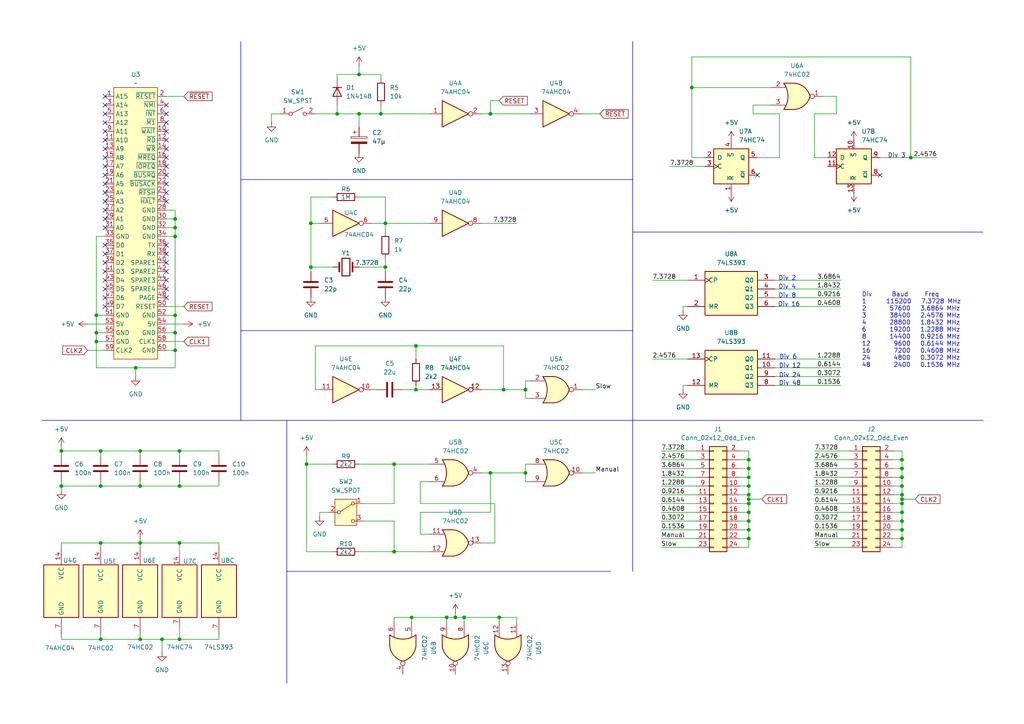
<source format=kicad_sch>
(kicad_sch (version 20231120) (generator "eeschema") (generator_version "8.0")
  (paper "A4")
  (lib_symbols
    (symbol "74xx:74AHC04"
      (property "Reference" "U" (at 0 1.27 0))
      (property "Value" "74AHC04" (at 0 -1.27 0))
      (symbol "74AHC04_1_0"
        (pin input line (at -7.62 0 0) (length 3.81) (name "~") (number "1"))
        (pin output inverted (at 7.62 0 180) (length 3.81) (name "~") (number "2"))
      )
      (symbol "74AHC04_2_0"
        (pin input line (at -7.62 0 0) (length 3.81) (name "~") (number "3"))
        (pin output inverted (at 7.62 0 180) (length 3.81) (name "~") (number "4"))
      )
      (symbol "74AHC04_3_0"
        (pin input line (at -7.62 0 0) (length 3.81) (name "~") (number "5"))
        (pin output inverted (at 7.62 0 180) (length 3.81) (name "~") (number "6"))
      )
      (symbol "74AHC04_4_0"
        (pin output inverted (at 7.62 0 180) (length 3.81) (name "~") (number "8"))
        (pin input line (at -7.62 0 0) (length 3.81) (name "~") (number "9"))
      )
      (symbol "74AHC04_5_0"
        (pin output inverted (at 7.62 0 180) (length 3.81) (name "~") (number "10"))
        (pin input line (at -7.62 0 0) (length 3.81) (name "~") (number "11"))
      )
      (symbol "74AHC04_6_0"
        (pin output inverted (at 7.62 0 180) (length 3.81) (name "~") (number "12"))
        (pin input line (at -7.62 0 0) (length 3.81) (name "~") (number "13"))
      )
      (symbol "74AHC04_7_0"
        (pin power_in line (at 0 12.7 270) (length 5.08) (name "VCC") (number "14"))
        (pin power_in line (at 0 -12.7 90) (length 5.08) (name "GND") (number "7"))
      )
    )
    (symbol "74xx:74HC02" (pin_names (offset 1.016))
      (property "Reference" "U" (at 0 1.27 0))
      (property "Value" "74HC02" (at 0 -1.27 0))
      (symbol "74HC02_1_1"
        (pin output inverted (at 7.62 0 180) (length 3.81) (name "~") (number "1"))
        (pin input line (at -7.62 2.54 0) (length 4.318) (name "~") (number "2"))
        (pin input line (at -7.62 -2.54 0) (length 4.318) (name "~") (number "3"))
      )
      (symbol "74HC02_1_2"
        (pin output line (at 7.62 0 180) (length 3.81) (name "~") (number "1"))
        (pin input inverted (at -7.62 2.54 0) (length 3.81) (name "~") (number "2"))
        (pin input inverted (at -7.62 -2.54 0) (length 3.81) (name "~") (number "3"))
      )
      (symbol "74HC02_2_1"
        (pin output inverted (at 7.62 0 180) (length 3.81) (name "~") (number "4"))
        (pin input line (at -7.62 2.54 0) (length 4.318) (name "~") (number "5"))
        (pin input line (at -7.62 -2.54 0) (length 4.318) (name "~") (number "6"))
      )
      (symbol "74HC02_2_2"
        (pin output line (at 7.62 0 180) (length 3.81) (name "~") (number "4"))
        (pin input inverted (at -7.62 2.54 0) (length 3.81) (name "~") (number "5"))
        (pin input inverted (at -7.62 -2.54 0) (length 3.81) (name "~") (number "6"))
      )
      (symbol "74HC02_3_1"
        (pin output inverted (at 7.62 0 180) (length 3.81) (name "~") (number "10"))
        (pin input line (at -7.62 2.54 0) (length 4.318) (name "~") (number "8"))
        (pin input line (at -7.62 -2.54 0) (length 4.318) (name "~") (number "9"))
      )
      (symbol "74HC02_3_2"
        (pin output line (at 7.62 0 180) (length 3.81) (name "~") (number "10"))
        (pin input inverted (at -7.62 2.54 0) (length 3.81) (name "~") (number "8"))
        (pin input inverted (at -7.62 -2.54 0) (length 3.81) (name "~") (number "9"))
      )
      (symbol "74HC02_4_1"
        (pin input line (at -7.62 2.54 0) (length 4.318) (name "~") (number "11"))
        (pin input line (at -7.62 -2.54 0) (length 4.318) (name "~") (number "12"))
        (pin output inverted (at 7.62 0 180) (length 3.81) (name "~") (number "13"))
      )
      (symbol "74HC02_4_2"
        (pin input inverted (at -7.62 2.54 0) (length 3.81) (name "~") (number "11"))
        (pin input inverted (at -7.62 -2.54 0) (length 3.81) (name "~") (number "12"))
        (pin output line (at 7.62 0 180) (length 3.81) (name "~") (number "13"))
      )
      (symbol "74HC02_5_0"
        (pin power_in line (at 0 12.7 270) (length 5.08) (name "VCC") (number "14"))
        (pin power_in line (at 0 -12.7 90) (length 5.08) (name "GND") (number "7"))
      )
    )
    (symbol "74xx:74HC74" (pin_names (offset 1.016))
      (property "Reference" "U" (at -7.62 8.89 0))
      (property "Value" "74HC74" (at -7.62 -8.89 0))
      (symbol "74HC74_1_0"
        (pin input line (at 0 -7.62 90) (length 2.54) (name "~{R}") (number "1"))
        (pin input line (at -7.62 2.54 0) (length 2.54) (name "D") (number "2"))
        (pin input clock (at -7.62 0 0) (length 2.54) (name "C") (number "3"))
        (pin input line (at 0 7.62 270) (length 2.54) (name "~{S}") (number "4"))
        (pin output line (at 7.62 2.54 180) (length 2.54) (name "Q") (number "5"))
        (pin output line (at 7.62 -2.54 180) (length 2.54) (name "~{Q}") (number "6"))
      )
      (symbol "74HC74_2_0"
        (pin input line (at 0 7.62 270) (length 2.54) (name "~{S}") (number "10"))
        (pin input clock (at -7.62 0 0) (length 2.54) (name "C") (number "11"))
        (pin input line (at -7.62 2.54 0) (length 2.54) (name "D") (number "12"))
        (pin input line (at 0 -7.62 90) (length 2.54) (name "~{R}") (number "13"))
        (pin output line (at 7.62 -2.54 180) (length 2.54) (name "~{Q}") (number "8"))
        (pin output line (at 7.62 2.54 180) (length 2.54) (name "Q") (number "9"))
      )
      (symbol "74HC74_3_0"
        (pin power_in line (at 0 10.16 270) (length 2.54) (name "VCC") (number "14"))
        (pin power_in line (at 0 -10.16 90) (length 2.54) (name "GND") (number "7"))
      )
    )
    (symbol "74xx:74LS393" (pin_names (offset 1.016))
      (property "Reference" "U" (at -7.62 8.89 0))
      (property "Value" "74LS393" (at -7.62 -8.89 0))
      (symbol "74LS393_1_0"
        (pin input clock (at -12.7 2.54 0) (length 5.08) (name "CP") (number "1"))
        (pin input line (at -12.7 -5.08 0) (length 5.08) (name "MR") (number "2"))
        (pin output line (at 12.7 2.54 180) (length 5.08) (name "Q0") (number "3"))
        (pin output line (at 12.7 0 180) (length 5.08) (name "Q1") (number "4"))
        (pin output line (at 12.7 -2.54 180) (length 5.08) (name "Q2") (number "5"))
        (pin output line (at 12.7 -5.08 180) (length 5.08) (name "Q3") (number "6"))
      )
      (symbol "74LS393_2_0"
        (pin output line (at 12.7 0 180) (length 5.08) (name "Q1") (number "10"))
        (pin output line (at 12.7 2.54 180) (length 5.08) (name "Q0") (number "11"))
        (pin input line (at -12.7 -5.08 0) (length 5.08) (name "MR") (number "12"))
        (pin input clock (at -12.7 2.54 0) (length 5.08) (name "CP") (number "13"))
        (pin output line (at 12.7 -5.08 180) (length 5.08) (name "Q3") (number "8"))
        (pin output line (at 12.7 -2.54 180) (length 5.08) (name "Q2") (number "9"))
      )
      (symbol "74LS393_3_0"
        (pin power_in line (at 0 12.7 270) (length 5.08) (name "VCC") (number "14"))
        (pin power_in line (at 0 -12.7 90) (length 5.08) (name "GND") (number "7"))
      )
    )
    (symbol "Connector_Generic:Conn_02x12_Odd_Even" (pin_names (offset 1.016) hide)
      (property "Reference" "J" (at 1.27 15.24 0))
      (property "Value" "Conn_02x12_Odd_Even" (at 1.27 -17.78 0))
      (symbol "Conn_02x12_Odd_Even_1_1"
        (pin passive line (at -5.08 12.7 0) (length 3.81) (name "Pin_1") (number "1"))
        (pin passive line (at 7.62 2.54 180) (length 3.81) (name "Pin_10") (number "10"))
        (pin passive line (at -5.08 0 0) (length 3.81) (name "Pin_11") (number "11"))
        (pin passive line (at 7.62 0 180) (length 3.81) (name "Pin_12") (number "12"))
        (pin passive line (at -5.08 -2.54 0) (length 3.81) (name "Pin_13") (number "13"))
        (pin passive line (at 7.62 -2.54 180) (length 3.81) (name "Pin_14") (number "14"))
        (pin passive line (at -5.08 -5.08 0) (length 3.81) (name "Pin_15") (number "15"))
        (pin passive line (at 7.62 -5.08 180) (length 3.81) (name "Pin_16") (number "16"))
        (pin passive line (at -5.08 -7.62 0) (length 3.81) (name "Pin_17") (number "17"))
        (pin passive line (at 7.62 -7.62 180) (length 3.81) (name "Pin_18") (number "18"))
        (pin passive line (at -5.08 -10.16 0) (length 3.81) (name "Pin_19") (number "19"))
        (pin passive line (at 7.62 12.7 180) (length 3.81) (name "Pin_2") (number "2"))
        (pin passive line (at 7.62 -10.16 180) (length 3.81) (name "Pin_20") (number "20"))
        (pin passive line (at -5.08 -12.7 0) (length 3.81) (name "Pin_21") (number "21"))
        (pin passive line (at 7.62 -12.7 180) (length 3.81) (name "Pin_22") (number "22"))
        (pin passive line (at -5.08 -15.24 0) (length 3.81) (name "Pin_23") (number "23"))
        (pin passive line (at 7.62 -15.24 180) (length 3.81) (name "Pin_24") (number "24"))
        (pin passive line (at -5.08 10.16 0) (length 3.81) (name "Pin_3") (number "3"))
        (pin passive line (at 7.62 10.16 180) (length 3.81) (name "Pin_4") (number "4"))
        (pin passive line (at -5.08 7.62 0) (length 3.81) (name "Pin_5") (number "5"))
        (pin passive line (at 7.62 7.62 180) (length 3.81) (name "Pin_6") (number "6"))
        (pin passive line (at -5.08 5.08 0) (length 3.81) (name "Pin_7") (number "7"))
        (pin passive line (at 7.62 5.08 180) (length 3.81) (name "Pin_8") (number "8"))
        (pin passive line (at -5.08 2.54 0) (length 3.81) (name "Pin_9") (number "9"))
      )
    )
    (symbol "Device:C" (pin_numbers hide) (pin_names (offset 0.254))
      (property "Reference" "C" (at 0.635 2.54 0))
      (property "Value" "C" (at 0.635 -2.54 0))
      (symbol "C_1_1"
        (pin passive line (at 0 3.81 270) (length 2.794) (name "~") (number "1"))
        (pin passive line (at 0 -3.81 90) (length 2.794) (name "~") (number "2"))
      )
    )
    (symbol "Device:C_Polarized" (pin_numbers hide) (pin_names (offset 0.254))
      (property "Reference" "C" (at 0.635 2.54 0))
      (property "Value" "C_Polarized" (at 0.635 -2.54 0))
      (symbol "C_Polarized_1_1"
        (pin passive line (at 0 3.81 270) (length 2.794) (name "~") (number "1"))
        (pin passive line (at 0 -3.81 90) (length 2.794) (name "~") (number "2"))
      )
    )
    (symbol "Device:Crystal" (pin_numbers hide) (pin_names (offset 1.016) hide)
      (property "Reference" "Y" (at 0 3.81 0))
      (property "Value" "Crystal" (at 0 -3.81 0))
      (symbol "Crystal_1_1"
        (pin passive line (at -3.81 0 0) (length 1.27) (name "1") (number "1"))
        (pin passive line (at 3.81 0 180) (length 1.27) (name "2") (number "2"))
      )
    )
    (symbol "Device:R" (pin_numbers hide) (pin_names (offset 0))
      (property "Reference" "R" (at 2.032 0 90))
      (property "Value" "R" (at 0 0 90))
      (symbol "R_1_1"
        (pin passive line (at 0 3.81 270) (length 1.27) (name "~") (number "1"))
        (pin passive line (at 0 -3.81 90) (length 1.27) (name "~") (number "2"))
      )
    )
    (symbol "Diode:1N4148" (pin_numbers hide) (pin_names hide)
      (property "Reference" "D" (at 0 2.54 0))
      (property "Value" "1N4148" (at 0 -2.54 0))
      (symbol "1N4148_1_1"
        (pin passive line (at -3.81 0 0) (length 2.54) (name "K") (number "1"))
        (pin passive line (at 3.81 0 180) (length 2.54) (name "A") (number "2"))
      )
    )
    (symbol "Switch:SW_SPDT" (pin_names (offset 0) hide)
      (property "Reference" "SW" (at 0 5.08 0))
      (property "Value" "SW_SPDT" (at 0 -5.08 0))
      (symbol "SW_SPDT_1_1"
        (pin passive line (at 5.08 2.54 180) (length 2.54) (name "A") (number "1"))
        (pin passive line (at -5.08 0 0) (length 2.54) (name "B") (number "2"))
        (pin passive line (at 5.08 -2.54 180) (length 2.54) (name "C") (number "3"))
      )
    )
    (symbol "Switch:SW_SPST" (pin_names (offset 0) hide)
      (property "Reference" "SW" (at 0 3.175 0))
      (property "Value" "SW_SPST" (at 0 -2.54 0))
      (symbol "SW_SPST_1_1"
        (pin passive line (at -5.08 0 0) (length 2.54) (name "A") (number "1"))
        (pin passive line (at 5.08 0 180) (length 2.54) (name "B") (number "2"))
      )
    )
    (symbol "power:+5V" (power) (pin_numbers hide) (pin_names (offset 0) hide)
      (property "Value" "+5V" (at 0 3.556 0))
      (symbol "+5V_1_1"
        (pin power_in line (at 0 0 90) (length 0) (name "~") (number "1"))
      )
    )
    (symbol "power:GND" (power) (pin_numbers hide) (pin_names (offset 0) hide)
      (property "Value" "GND" (at 0 -3.81 0))
      (symbol "GND_1_1"
        (pin power_in line (at 0 0 270) (length 0) (name "~") (number "1"))
      )
    )
    (symbol "rc2014:Busconnector"
      (property "Reference" "U" (at 0 48.514 0))
      (symbol "Busconnector_1_1"
        (pin bidirectional line (at -8.89 44.45 0) (length 2.54) (name "A15") (number "1"))
        (pin bidirectional line (at 8.89 34.29 180) (length 2.54) (name "~{WAIT}") (number "10"))
        (pin bidirectional line (at -8.89 31.75 0) (length 2.54) (name "A10") (number "11"))
        (pin bidirectional line (at 8.89 31.75 180) (length 2.54) (name "~{RD}") (number "12"))
        (pin bidirectional line (at -8.89 29.21 0) (length 2.54) (name "A9") (number "13"))
        (pin bidirectional line (at 8.89 29.21 180) (length 2.54) (name "~{WR}") (number "14"))
        (pin bidirectional line (at -8.89 26.67 0) (length 2.54) (name "A8") (number "15"))
        (pin bidirectional line (at 8.89 26.67 180) (length 2.54) (name "~{MREQ}") (number "16"))
        (pin bidirectional line (at -8.89 24.13 0) (length 2.54) (name "A7") (number "17"))
        (pin bidirectional line (at 8.89 24.13 180) (length 2.54) (name "~{IOREQ}") (number "18"))
        (pin bidirectional line (at -8.89 21.59 0) (length 2.54) (name "A6") (number "19"))
        (pin bidirectional line (at 8.89 44.45 180) (length 2.54) (name "~{RESET}") (number "2"))
        (pin bidirectional line (at 8.89 21.59 180) (length 2.54) (name "~{BUSRQ}") (number "20"))
        (pin bidirectional line (at -8.89 19.05 0) (length 2.54) (name "A5") (number "21"))
        (pin bidirectional line (at 8.89 19.05 180) (length 2.54) (name "~{BUSACK}") (number "22"))
        (pin bidirectional line (at -8.89 16.51 0) (length 2.54) (name "A4") (number "23"))
        (pin bidirectional line (at 8.89 16.51 180) (length 2.54) (name "~{RFSH}") (number "24"))
        (pin bidirectional line (at -8.89 13.97 0) (length 2.54) (name "A3") (number "25"))
        (pin bidirectional line (at 8.89 13.97 180) (length 2.54) (name "~{HALT}") (number "26"))
        (pin bidirectional line (at -8.89 11.43 0) (length 2.54) (name "A2") (number "27"))
        (pin power_in line (at 8.89 11.43 180) (length 2.54) (name "GND") (number "28"))
        (pin bidirectional line (at -8.89 8.89 0) (length 2.54) (name "A1") (number "29"))
        (pin bidirectional line (at -8.89 41.91 0) (length 2.54) (name "A14") (number "3"))
        (pin power_in line (at 8.89 8.89 180) (length 2.54) (name "GND") (number "30"))
        (pin bidirectional line (at -8.89 6.35 0) (length 2.54) (name "A0") (number "31"))
        (pin power_in line (at 8.89 6.35 180) (length 2.54) (name "GND") (number "32"))
        (pin power_in line (at -8.89 3.81 0) (length 2.54) (name "GND") (number "33"))
        (pin power_in line (at 8.89 3.81 180) (length 2.54) (name "GND") (number "34"))
        (pin bidirectional line (at -8.89 1.27 0) (length 2.54) (name "D0") (number "35"))
        (pin bidirectional line (at 8.89 1.27 180) (length 2.54) (name "TX") (number "36"))
        (pin bidirectional line (at -8.89 -1.27 0) (length 2.54) (name "D1") (number "37"))
        (pin bidirectional line (at 8.89 -1.27 180) (length 2.54) (name "RX") (number "38"))
        (pin bidirectional line (at -8.89 -3.81 0) (length 2.54) (name "D2") (number "39"))
        (pin bidirectional line (at 8.89 41.91 180) (length 2.54) (name "~{NMI}") (number "4"))
        (pin bidirectional line (at 8.89 -3.81 180) (length 2.54) (name "SPARE1") (number "40"))
        (pin bidirectional line (at -8.89 -6.35 0) (length 2.54) (name "D3") (number "41"))
        (pin bidirectional line (at 8.89 -6.35 180) (length 2.54) (name "SPARE2") (number "42"))
        (pin bidirectional line (at -8.89 -8.89 0) (length 2.54) (name "D4") (number "43"))
        (pin bidirectional line (at 8.89 -8.89 180) (length 2.54) (name "SPARE3") (number "44"))
        (pin bidirectional line (at -8.89 -11.43 0) (length 2.54) (name "D5") (number "45"))
        (pin bidirectional line (at 8.89 -11.43 180) (length 2.54) (name "SPARE4") (number "46"))
        (pin bidirectional line (at -8.89 -13.97 0) (length 2.54) (name "D6") (number "47"))
        (pin bidirectional line (at 8.89 -13.97 180) (length 2.54) (name "PAGE") (number "48"))
        (pin bidirectional line (at -8.89 -16.51 0) (length 2.54) (name "D7") (number "49"))
        (pin bidirectional line (at -8.89 39.37 0) (length 2.54) (name "A13") (number "5"))
        (pin bidirectional line (at 8.89 -16.51 180) (length 2.54) (name "RESET") (number "50"))
        (pin power_out line (at -8.89 -19.05 0) (length 2.54) (name "GND") (number "51"))
        (pin power_in line (at 8.89 -19.05 180) (length 2.54) (name "GND") (number "52"))
        (pin power_out line (at -8.89 -21.59 0) (length 2.54) (name "5V") (number "53"))
        (pin power_in line (at 8.89 -21.59 180) (length 2.54) (name "5V") (number "54"))
        (pin power_in line (at -8.89 -24.13 0) (length 2.54) (name "GND") (number "55"))
        (pin power_in line (at 8.89 -24.13 180) (length 2.54) (name "GND") (number "56"))
        (pin power_in line (at -8.89 -26.67 0) (length 2.54) (name "GND") (number "57"))
        (pin bidirectional line (at 8.89 -26.67 180) (length 2.54) (name "CLK1") (number "58"))
        (pin bidirectional line (at -8.89 -29.21 0) (length 2.54) (name "CLK2") (number "59"))
        (pin bidirectional line (at 8.89 39.37 180) (length 2.54) (name "~{INT}") (number "6"))
        (pin power_in line (at 8.89 -29.21 180) (length 2.54) (name "GND") (number "60"))
        (pin bidirectional line (at -8.89 36.83 0) (length 2.54) (name "A12") (number "7"))
        (pin bidirectional line (at 8.89 36.83 180) (length 2.54) (name "~{M1}") (number "8"))
        (pin bidirectional line (at -8.89 34.29 0) (length 2.54) (name "A11") (number "9"))
      )
    )
  )
  (junction (at 17.78 130.81))
  (junction (at 104.14 21.59))
  (junction (at 29.21 185.42))
  (junction (at 142.24 33.02))
  (junction (at 29.21 130.81))
  (junction (at 52.07 185.42))
  (junction (at 217.17 138.43))
  (junction (at 114.3 160.02))
  (junction (at 217.17 156.21))
  (junction (at 261.62 143.51))
  (junction (at 111.76 64.77))
  (junction (at 29.21 140.97))
  (junction (at 217.17 146.05))
  (junction (at 132.08 179.07))
  (junction (at 146.05 113.03))
  (junction (at 50.8 91.44))
  (junction (at 40.64 157.48))
  (junction (at 261.62 151.13))
  (junction (at 50.8 63.5))
  (junction (at 261.62 138.43))
  (junction (at 217.17 140.97))
  (junction (at 52.07 130.81))
  (junction (at 217.17 133.35))
  (junction (at 142.24 137.16))
  (junction (at 50.8 66.04))
  (junction (at 97.79 33.02))
  (junction (at 50.8 68.58))
  (junction (at 114.3 134.62))
  (junction (at 261.62 133.35))
  (junction (at 129.54 179.07))
  (junction (at 90.17 64.77))
  (junction (at 261.62 135.89))
  (junction (at 17.78 140.97))
  (junction (at 50.8 101.6))
  (junction (at 104.14 33.02))
  (junction (at 200.66 25.4))
  (junction (at 50.8 96.52))
  (junction (at 46.99 185.42))
  (junction (at 134.62 179.07))
  (junction (at 217.17 148.59))
  (junction (at 39.37 106.68))
  (junction (at 90.17 77.47))
  (junction (at 261.62 144.78))
  (junction (at 27.94 91.44))
  (junction (at 261.62 148.59))
  (junction (at 152.4 113.03))
  (junction (at 144.78 179.07))
  (junction (at 88.9 134.62))
  (junction (at 217.17 143.51))
  (junction (at 40.64 140.97))
  (junction (at 119.38 179.07))
  (junction (at 261.62 146.05))
  (junction (at 29.21 157.48))
  (junction (at 217.17 153.67))
  (junction (at 40.64 185.42))
  (junction (at 27.94 96.52))
  (junction (at 261.62 156.21))
  (junction (at 120.65 113.03))
  (junction (at 110.49 33.02))
  (junction (at 52.07 157.48))
  (junction (at 217.17 135.89))
  (junction (at 264.16 45.72))
  (junction (at 152.4 137.16))
  (junction (at 261.62 140.97))
  (junction (at 52.07 140.97))
  (junction (at 40.64 130.81))
  (junction (at 261.62 153.67))
  (junction (at 111.76 77.47))
  (junction (at 217.17 144.78))
  (junction (at 217.17 151.13))
  (junction (at 27.94 99.06))
  (junction (at 120.65 100.33))
  (no_connect (at 30.48 53.34))
  (no_connect (at 48.26 78.74))
  (no_connect (at 30.48 71.12))
  (no_connect (at 48.26 83.82))
  (no_connect (at 30.48 50.8))
  (no_connect (at 48.26 73.66))
  (no_connect (at 30.48 83.82))
  (no_connect (at 48.26 30.48))
  (no_connect (at 48.26 53.34))
  (no_connect (at 30.48 48.26))
  (no_connect (at 30.48 60.96))
  (no_connect (at 48.26 86.36))
  (no_connect (at 219.71 50.8))
  (no_connect (at 255.27 50.8))
  (no_connect (at 30.48 55.88))
  (no_connect (at 30.48 66.04))
  (no_connect (at 48.26 43.18))
  (no_connect (at 48.26 35.56))
  (no_connect (at 48.26 81.28))
  (no_connect (at 30.48 88.9))
  (no_connect (at 30.48 78.74))
  (no_connect (at 30.48 43.18))
  (no_connect (at 48.26 55.88))
  (no_connect (at 30.48 81.28))
  (no_connect (at 48.26 33.02))
  (no_connect (at 48.26 48.26))
  (no_connect (at 48.26 58.42))
  (no_connect (at 48.26 40.64))
  (no_connect (at 30.48 38.1))
  (no_connect (at 48.26 45.72))
  (no_connect (at 48.26 71.12))
  (no_connect (at 30.48 45.72))
  (no_connect (at 30.48 27.94))
  (no_connect (at 30.48 76.2))
  (no_connect (at 30.48 40.64))
  (no_connect (at 30.48 35.56))
  (no_connect (at 30.48 30.48))
  (no_connect (at 48.26 50.8))
  (no_connect (at 30.48 33.02))
  (no_connect (at 48.26 38.1))
  (no_connect (at 30.48 86.36))
  (no_connect (at 30.48 58.42))
  (no_connect (at 30.48 63.5))
  (no_connect (at 48.26 76.2))
  (no_connect (at 30.48 73.66))
  (wire (pts (xy 105.41 146.05) (xy 114.3 146.05)))
  (wire (pts (xy 124.46 139.7) (xy 121.92 139.7)))
  (wire (pts (xy 242.57 33.02) (xy 236.22 33.02)))
  (wire (pts (xy 217.17 143.51) (xy 217.17 140.97)))
  (wire (pts (xy 111.76 64.77) (xy 124.46 64.77)))
  (wire (pts (xy 259.08 138.43) (xy 261.62 138.43)))
  (wire (pts (xy 259.08 140.97) (xy 261.62 140.97)))
  (wire (pts (xy 214.63 146.05) (xy 217.17 146.05)))
  (wire (pts (xy 27.94 99.06) (xy 27.94 96.52)))
  (wire (pts (xy 104.14 160.02) (xy 114.3 160.02)))
  (wire (pts (xy 201.93 153.67) (xy 191.77 153.67)))
  (wire (pts (xy 201.93 146.05) (xy 191.77 146.05)))
  (wire (pts (xy 92.71 148.59) (xy 92.71 149.86)))
  (wire (pts (xy 246.38 135.89) (xy 236.22 135.89)))
  (wire (pts (xy 199.39 111.76) (xy 198.12 111.76)))
  (wire (pts (xy 152.4 137.16) (xy 152.4 134.62)))
  (wire (pts (xy 214.63 133.35) (xy 217.17 133.35)))
  (wire (pts (xy 17.78 140.97) (xy 17.78 142.24)))
  (wire (pts (xy 152.4 110.49) (xy 152.4 113.03)))
  (wire (pts (xy 214.63 153.67) (xy 217.17 153.67)))
  (wire (pts (xy 217.17 146.05) (xy 217.17 144.78)))
  (wire (pts (xy 27.94 91.44) (xy 27.94 68.58)))
  (wire (pts (xy 114.3 151.13) (xy 114.3 160.02)))
  (wire (pts (xy 134.62 179.07) (xy 132.08 179.07)))
  (wire (pts (xy 236.22 156.21) (xy 246.38 156.21)))
  (wire (pts (xy 217.17 144.78) (xy 217.17 143.51)))
  (wire (pts (xy 149.86 179.07) (xy 144.78 179.07)))
  (wire (pts (xy 52.07 181.61) (xy 52.07 185.42)))
  (wire (pts (xy 236.22 45.72) (xy 240.03 45.72)))
  (wire (pts (xy 261.62 143.51) (xy 261.62 140.97)))
  (wire (pts (xy 27.94 96.52) (xy 27.94 91.44)))
  (wire (pts (xy 116.84 113.03) (xy 120.65 113.03)))
  (wire (pts (xy 224.79 109.22) (xy 243.84 109.22)))
  (wire (pts (xy 261.62 144.78) (xy 261.62 143.51)))
  (wire (pts (xy 88.9 160.02) (xy 96.52 160.02)))
  (wire (pts (xy 261.62 156.21) (xy 261.62 153.67)))
  (wire (pts (xy 114.3 146.05) (xy 114.3 134.62)))
  (wire (pts (xy 259.08 143.51) (xy 261.62 143.51)))
  (wire (pts (xy 104.14 77.47) (xy 111.76 77.47)))
  (wire (pts (xy 264.16 45.72) (xy 271.78 45.72)))
  (polyline (pts (xy 183.515 67.31) (xy 285.115 67.31)))
  (wire (pts (xy 63.5 185.42) (xy 52.07 185.42)))
  (polyline (pts (xy 12.065 121.92) (xy 69.85 121.92)))
  (wire (pts (xy 218.44 33.02) (xy 226.06 33.02)))
  (wire (pts (xy 224.79 81.28) (xy 243.84 81.28)))
  (wire (pts (xy 200.66 16.51) (xy 264.16 16.51)))
  (wire (pts (xy 48.26 88.9) (xy 53.34 88.9)))
  (wire (pts (xy 217.17 158.75) (xy 217.17 156.21)))
  (wire (pts (xy 261.62 148.59) (xy 261.62 146.05)))
  (wire (pts (xy 217.17 133.35) (xy 217.17 130.81)))
  (wire (pts (xy 40.64 130.81) (xy 29.21 130.81)))
  (wire (pts (xy 246.38 151.13) (xy 236.22 151.13)))
  (wire (pts (xy 110.49 30.48) (xy 110.49 33.02)))
  (wire (pts (xy 261.62 138.43) (xy 261.62 135.89)))
  (wire (pts (xy 50.8 60.96) (xy 48.26 60.96)))
  (wire (pts (xy 121.92 154.94) (xy 121.92 148.59)))
  (wire (pts (xy 139.7 113.03) (xy 146.05 113.03)))
  (polyline (pts (xy 69.85 12.065) (xy 69.85 121.92)))
  (wire (pts (xy 111.76 64.77) (xy 107.95 64.77)))
  (wire (pts (xy 226.06 33.02) (xy 226.06 45.72)))
  (wire (pts (xy 50.8 66.04) (xy 50.8 63.5)))
  (wire (pts (xy 29.21 184.15) (xy 29.21 185.42)))
  (wire (pts (xy 29.21 185.42) (xy 17.78 185.42)))
  (wire (pts (xy 27.94 106.68) (xy 27.94 99.06)))
  (wire (pts (xy 97.79 21.59) (xy 104.14 21.59)))
  (wire (pts (xy 214.63 156.21) (xy 217.17 156.21)))
  (wire (pts (xy 90.17 57.15) (xy 96.52 57.15)))
  (wire (pts (xy 214.63 158.75) (xy 217.17 158.75)))
  (wire (pts (xy 261.62 151.13) (xy 261.62 148.59)))
  (wire (pts (xy 48.26 91.44) (xy 50.8 91.44)))
  (wire (pts (xy 223.52 30.48) (xy 218.44 30.48)))
  (wire (pts (xy 107.95 113.03) (xy 109.22 113.03)))
  (wire (pts (xy 97.79 30.48) (xy 97.79 33.02)))
  (wire (pts (xy 142.24 29.21) (xy 142.24 33.02)))
  (wire (pts (xy 88.9 132.08) (xy 88.9 134.62)))
  (wire (pts (xy 121.92 146.05) (xy 143.51 146.05)))
  (wire (pts (xy 200.66 45.72) (xy 204.47 45.72)))
  (wire (pts (xy 90.17 77.47) (xy 90.17 78.74)))
  (wire (pts (xy 17.78 157.48) (xy 29.21 157.48)))
  (wire (pts (xy 48.26 63.5) (xy 50.8 63.5)))
  (wire (pts (xy 217.17 151.13) (xy 217.17 148.59)))
  (wire (pts (xy 25.4 93.98) (xy 30.48 93.98)))
  (wire (pts (xy 217.17 148.59) (xy 217.17 146.05)))
  (wire (pts (xy 214.63 140.97) (xy 217.17 140.97)))
  (wire (pts (xy 97.79 22.86) (xy 97.79 21.59)))
  (wire (pts (xy 27.94 96.52) (xy 30.48 96.52)))
  (wire (pts (xy 201.93 138.43) (xy 191.77 138.43)))
  (wire (pts (xy 46.99 185.42) (xy 46.99 189.23)))
  (wire (pts (xy 201.93 140.97) (xy 191.77 140.97)))
  (wire (pts (xy 48.26 93.98) (xy 53.34 93.98)))
  (wire (pts (xy 259.08 158.75) (xy 261.62 158.75)))
  (wire (pts (xy 189.23 81.28) (xy 199.39 81.28)))
  (wire (pts (xy 27.94 91.44) (xy 30.48 91.44)))
  (wire (pts (xy 52.07 140.97) (xy 40.64 140.97)))
  (wire (pts (xy 104.14 57.15) (xy 111.76 57.15)))
  (wire (pts (xy 52.07 157.48) (xy 63.5 157.48)))
  (wire (pts (xy 50.8 68.58) (xy 50.8 66.04)))
  (wire (pts (xy 146.05 113.03) (xy 152.4 113.03)))
  (wire (pts (xy 48.26 96.52) (xy 50.8 96.52)))
  (wire (pts (xy 120.65 100.33) (xy 91.44 100.33)))
  (wire (pts (xy 246.38 148.59) (xy 236.22 148.59)))
  (wire (pts (xy 104.14 21.59) (xy 110.49 21.59)))
  (wire (pts (xy 152.4 134.62) (xy 153.67 134.62)))
  (wire (pts (xy 146.05 113.03) (xy 146.05 100.33)))
  (wire (pts (xy 259.08 151.13) (xy 261.62 151.13)))
  (wire (pts (xy 261.62 130.81) (xy 259.08 130.81)))
  (wire (pts (xy 119.38 179.07) (xy 119.38 180.34)))
  (polyline (pts (xy 83.185 121.92) (xy 183.515 121.92)))
  (wire (pts (xy 48.26 27.94) (xy 53.34 27.94)))
  (wire (pts (xy 168.91 33.02) (xy 173.99 33.02)))
  (wire (pts (xy 88.9 134.62) (xy 96.52 134.62)))
  (polyline (pts (xy 69.85 95.885) (xy 183.515 95.885)))
  (wire (pts (xy 217.17 140.97) (xy 217.17 138.43)))
  (wire (pts (xy 40.64 184.15) (xy 40.64 185.42)))
  (wire (pts (xy 39.37 106.68) (xy 27.94 106.68)))
  (wire (pts (xy 236.22 158.75) (xy 246.38 158.75)))
  (wire (pts (xy 29.21 158.75) (xy 29.21 157.48)))
  (wire (pts (xy 50.8 96.52) (xy 50.8 91.44)))
  (wire (pts (xy 152.4 139.7) (xy 152.4 137.16)))
  (wire (pts (xy 48.26 101.6) (xy 50.8 101.6)))
  (wire (pts (xy 246.38 138.43) (xy 236.22 138.43)))
  (wire (pts (xy 25.4 101.6) (xy 30.48 101.6)))
  (wire (pts (xy 199.39 88.9) (xy 198.12 88.9)))
  (wire (pts (xy 52.07 130.81) (xy 40.64 130.81)))
  (wire (pts (xy 119.38 179.07) (xy 114.3 179.07)))
  (wire (pts (xy 201.93 143.51) (xy 191.77 143.51)))
  (wire (pts (xy 91.44 100.33) (xy 91.44 113.03)))
  (wire (pts (xy 144.78 179.07) (xy 144.78 180.34)))
  (wire (pts (xy 114.3 179.07) (xy 114.3 180.34)))
  (wire (pts (xy 142.24 137.16) (xy 139.7 137.16)))
  (wire (pts (xy 111.76 77.47) (xy 111.76 78.74)))
  (wire (pts (xy 48.26 99.06) (xy 53.34 99.06)))
  (wire (pts (xy 104.14 33.02) (xy 110.49 33.02)))
  (wire (pts (xy 224.79 111.76) (xy 243.84 111.76)))
  (wire (pts (xy 63.5 132.08) (xy 63.5 130.81)))
  (wire (pts (xy 78.74 33.02) (xy 81.28 33.02)))
  (wire (pts (xy 259.08 153.67) (xy 261.62 153.67)))
  (polyline (pts (xy 183.515 121.92) (xy 285.115 121.92)))
  (wire (pts (xy 78.74 35.56) (xy 78.74 33.02)))
  (wire (pts (xy 104.14 33.02) (xy 104.14 36.83)))
  (wire (pts (xy 246.38 140.97) (xy 236.22 140.97)))
  (wire (pts (xy 191.77 156.21) (xy 201.93 156.21)))
  (wire (pts (xy 214.63 143.51) (xy 217.17 143.51)))
  (wire (pts (xy 261.62 153.67) (xy 261.62 151.13)))
  (wire (pts (xy 17.78 185.42) (xy 17.78 184.15)))
  (wire (pts (xy 91.44 33.02) (xy 97.79 33.02)))
  (wire (pts (xy 97.79 33.02) (xy 104.14 33.02)))
  (wire (pts (xy 29.21 130.81) (xy 29.21 132.08)))
  (wire (pts (xy 105.41 151.13) (xy 114.3 151.13)))
  (wire (pts (xy 261.62 158.75) (xy 261.62 156.21)))
  (wire (pts (xy 261.62 140.97) (xy 261.62 138.43)))
  (wire (pts (xy 50.8 106.68) (xy 50.8 101.6)))
  (wire (pts (xy 121.92 154.94) (xy 124.46 154.94)))
  (wire (pts (xy 91.44 113.03) (xy 92.71 113.03)))
  (wire (pts (xy 27.94 99.06) (xy 30.48 99.06)))
  (wire (pts (xy 217.17 144.78) (xy 220.98 144.78)))
  (wire (pts (xy 168.91 137.16) (xy 172.72 137.16)))
  (wire (pts (xy 246.38 143.51) (xy 236.22 143.51)))
  (wire (pts (xy 224.79 86.36) (xy 243.84 86.36)))
  (wire (pts (xy 50.8 101.6) (xy 50.8 96.52)))
  (wire (pts (xy 217.17 156.21) (xy 217.17 153.67)))
  (wire (pts (xy 214.63 151.13) (xy 217.17 151.13)))
  (wire (pts (xy 63.5 184.15) (xy 63.5 185.42)))
  (wire (pts (xy 110.49 33.02) (xy 124.46 33.02)))
  (polyline (pts (xy 83.185 165.735) (xy 83.185 121.92)))
  (wire (pts (xy 198.12 111.76) (xy 198.12 113.03)))
  (wire (pts (xy 198.12 88.9) (xy 198.12 90.17)))
  (wire (pts (xy 17.78 130.81) (xy 17.78 132.08)))
  (wire (pts (xy 259.08 135.89) (xy 261.62 135.89)))
  (wire (pts (xy 264.16 45.72) (xy 255.27 45.72)))
  (wire (pts (xy 63.5 157.48) (xy 63.5 158.75)))
  (wire (pts (xy 200.66 25.4) (xy 200.66 45.72)))
  (wire (pts (xy 50.8 91.44) (xy 50.8 68.58)))
  (wire (pts (xy 111.76 77.47) (xy 111.76 74.93)))
  (wire (pts (xy 39.37 106.68) (xy 50.8 106.68)))
  (wire (pts (xy 142.24 33.02) (xy 153.67 33.02)))
  (wire (pts (xy 40.64 140.97) (xy 29.21 140.97)))
  (wire (pts (xy 214.63 135.89) (xy 217.17 135.89)))
  (wire (pts (xy 29.21 139.7) (xy 29.21 140.97)))
  (wire (pts (xy 40.64 185.42) (xy 29.21 185.42)))
  (wire (pts (xy 217.17 153.67) (xy 217.17 151.13)))
  (wire (pts (xy 143.51 146.05) (xy 143.51 157.48)))
  (wire (pts (xy 144.78 29.21) (xy 142.24 29.21)))
  (wire (pts (xy 238.76 27.94) (xy 242.57 27.94)))
  (wire (pts (xy 104.14 134.62) (xy 114.3 134.62)))
  (wire (pts (xy 143.51 157.48) (xy 139.7 157.48)))
  (wire (pts (xy 134.62 179.07) (xy 134.62 180.34)))
  (wire (pts (xy 214.63 148.59) (xy 217.17 148.59)))
  (wire (pts (xy 153.67 110.49) (xy 152.4 110.49)))
  (wire (pts (xy 191.77 133.35) (xy 201.93 133.35)))
  (wire (pts (xy 153.67 139.7) (xy 152.4 139.7)))
  (wire (pts (xy 132.08 177.8) (xy 132.08 179.07)))
  (wire (pts (xy 120.65 111.76) (xy 120.65 113.03)))
  (wire (pts (xy 40.64 130.81) (xy 40.64 132.08)))
  (wire (pts (xy 224.79 83.82) (xy 243.84 83.82)))
  (wire (pts (xy 149.86 180.34) (xy 149.86 179.07)))
  (wire (pts (xy 29.21 130.81) (xy 17.78 130.81)))
  (wire (pts (xy 246.38 153.67) (xy 236.22 153.67)))
  (wire (pts (xy 261.62 144.78) (xy 265.43 144.78)))
  (wire (pts (xy 50.8 63.5) (xy 50.8 60.96)))
  (wire (pts (xy 224.79 106.68) (xy 243.84 106.68)))
  (wire (pts (xy 17.78 158.75) (xy 17.78 157.48)))
  (wire (pts (xy 129.54 179.07) (xy 119.38 179.07)))
  (wire (pts (xy 111.76 67.31) (xy 111.76 64.77)))
  (wire (pts (xy 168.91 113.03) (xy 172.72 113.03)))
  (wire (pts (xy 139.7 64.77) (xy 149.86 64.77)))
  (wire (pts (xy 201.93 135.89) (xy 191.77 135.89)))
  (wire (pts (xy 121.92 139.7) (xy 121.92 146.05)))
  (wire (pts (xy 217.17 130.81) (xy 214.63 130.81)))
  (wire (pts (xy 236.22 33.02) (xy 236.22 45.72)))
  (wire (pts (xy 29.21 157.48) (xy 40.64 157.48)))
  (wire (pts (xy 139.7 33.02) (xy 142.24 33.02)))
  (wire (pts (xy 223.52 25.4) (xy 200.66 25.4)))
  (wire (pts (xy 142.24 148.59) (xy 142.24 137.16)))
  (wire (pts (xy 224.79 88.9) (xy 243.84 88.9)))
  (wire (pts (xy 224.79 104.14) (xy 243.84 104.14)))
  (wire (pts (xy 189.23 104.14) (xy 199.39 104.14)))
  (wire (pts (xy 200.66 25.4) (xy 200.66 16.51)))
  (wire (pts (xy 132.08 179.07) (xy 129.54 179.07)))
  (wire (pts (xy 52.07 157.48) (xy 52.07 161.29)))
  (wire (pts (xy 217.17 138.43) (xy 217.17 135.89)))
  (wire (pts (xy 259.08 133.35) (xy 261.62 133.35)))
  (wire (pts (xy 39.37 109.22) (xy 39.37 106.68)))
  (wire (pts (xy 63.5 139.7) (xy 63.5 140.97)))
  (wire (pts (xy 191.77 130.81) (xy 201.93 130.81)))
  (wire (pts (xy 114.3 134.62) (xy 124.46 134.62)))
  (wire (pts (xy 40.64 157.48) (xy 52.07 157.48)))
  (wire (pts (xy 63.5 140.97) (xy 52.07 140.97)))
  (wire (pts (xy 17.78 139.7) (xy 17.78 140.97)))
  (wire (pts (xy 191.77 158.75) (xy 201.93 158.75)))
  (wire (pts (xy 90.17 64.77) (xy 90.17 57.15)))
  (polyline (pts (xy 69.85 52.07) (xy 183.515 52.07)))
  (wire (pts (xy 27.94 68.58) (xy 30.48 68.58)))
  (wire (pts (xy 95.25 148.59) (xy 92.71 148.59)))
  (wire (pts (xy 40.64 139.7) (xy 40.64 140.97)))
  (wire (pts (xy 120.65 104.14) (xy 120.65 100.33)))
  (wire (pts (xy 40.64 157.48) (xy 40.64 158.75)))
  (wire (pts (xy 40.64 156.21) (xy 40.64 157.48)))
  (wire (pts (xy 144.78 179.07) (xy 134.62 179.07)))
  (wire (pts (xy 111.76 57.15) (xy 111.76 64.77)))
  (wire (pts (xy 261.62 135.89) (xy 261.62 133.35)))
  (wire (pts (xy 121.92 148.59) (xy 142.24 148.59)))
  (wire (pts (xy 217.17 135.89) (xy 217.17 133.35)))
  (wire (pts (xy 261.62 133.35) (xy 261.62 130.81)))
  (wire (pts (xy 63.5 130.81) (xy 52.07 130.81)))
  (wire (pts (xy 88.9 134.62) (xy 88.9 160.02)))
  (wire (pts (xy 90.17 64.77) (xy 92.71 64.77)))
  (wire (pts (xy 104.14 19.05) (xy 104.14 21.59)))
  (wire (pts (xy 236.22 130.81) (xy 246.38 130.81)))
  (wire (pts (xy 142.24 137.16) (xy 152.4 137.16)))
  (wire (pts (xy 242.57 27.94) (xy 242.57 33.02)))
  (polyline (pts (xy 83.185 165.735) (xy 83.185 198.12)))
  (wire (pts (xy 259.08 156.21) (xy 261.62 156.21)))
  (wire (pts (xy 48.26 68.58) (xy 50.8 68.58)))
  (wire (pts (xy 129.54 179.07) (xy 129.54 180.34)))
  (wire (pts (xy 264.16 16.51) (xy 264.16 45.72)))
  (wire (pts (xy 226.06 45.72) (xy 219.71 45.72)))
  (wire (pts (xy 46.99 185.42) (xy 40.64 185.42)))
  (wire (pts (xy 120.65 113.03) (xy 124.46 113.03)))
  (wire (pts (xy 201.93 148.59) (xy 191.77 148.59)))
  (wire (pts (xy 96.52 77.47) (xy 90.17 77.47)))
  (polyline (pts (xy 183.515 12.065) (xy 183.515 52.07)))
  (wire (pts (xy 218.44 30.48) (xy 218.44 33.02)))
  (wire (pts (xy 29.21 140.97) (xy 17.78 140.97)))
  (wire (pts (xy 194.31 48.26) (xy 204.47 48.26)))
  (wire (pts (xy 201.93 151.13) (xy 191.77 151.13)))
  (wire (pts (xy 146.05 100.33) (xy 120.65 100.33)))
  (wire (pts (xy 214.63 138.43) (xy 217.17 138.43)))
  (wire (pts (xy 236.22 133.35) (xy 246.38 133.35)))
  (polyline (pts (xy 83.185 121.92) (xy 69.85 121.92)))
  (wire (pts (xy 110.49 21.59) (xy 110.49 22.86)))
  (wire (pts (xy 52.07 139.7) (xy 52.07 140.97)))
  (wire (pts (xy 17.78 129.54) (xy 17.78 130.81)))
  (wire (pts (xy 259.08 146.05) (xy 261.62 146.05)))
  (wire (pts (xy 261.62 146.05) (xy 261.62 144.78)))
  (wire (pts (xy 152.4 115.57) (xy 153.67 115.57)))
  (wire (pts (xy 259.08 148.59) (xy 261.62 148.59)))
  (wire (pts (xy 114.3 160.02) (xy 124.46 160.02)))
  (wire (pts (xy 52.07 130.81) (xy 52.07 132.08)))
  (polyline (pts (xy 177.165 165.735) (xy 83.185 165.735)))
  (wire (pts (xy 246.38 146.05) (xy 236.22 146.05)))
  (wire (pts (xy 52.07 185.42) (xy 46.99 185.42)))
  (wire (pts (xy 90.17 77.47) (xy 90.17 64.77)))
  (polyline (pts (xy 183.515 52.07) (xy 183.515 165.735)))
  (wire (pts (xy 152.4 113.03) (xy 152.4 115.57)))
  (wire (pts (xy 48.26 66.04) (xy 50.8 66.04)))
  (text "Div 16" (at 228.854 88.392 0) (effects (font (size 1.27 1.27))))
  (text "Div 24" (at 229.108 108.966 0) (effects (font (size 1.27 1.27))))
  (text "Div 48" (at 229.108 111.252 0) (effects (font (size 1.27 1.27))))
  (text "Div 2" (at 228.346 80.772 0) (effects (font (size 1.27 1.27))))
  (text "Div 6" (at 228.6 103.632 0) (effects (font (size 1.27 1.27))))
  (text "Div 12" (at 229.108 106.172 0) (effects (font (size 1.27 1.27))))
  (text "Div 4" (at 228.346 83.312 0) (effects (font (size 1.27 1.27))))
  (text "Div      Baud     Freq\n1      115200   7.3728 MHz\n2       57600   3.6864 MHz\n3       38400   2.4576 MHz\n4       28800   1.8432 MHz\n6       19200   1.2288 MHz\n8       14400   0.9216 MHz\n12       9600   0.6144 MHz\n16       7200   0.4608 MHz\n24       4800   0.3072 MHz\n48       2400   0.1536 MHz" (at 249.936 95.758 0) (effects (font (size 1.27 1.27)) (justify left)))
  (text "Div 8" (at 228.346 85.852 0) (effects (font (size 1.27 1.27))))
  (text "Div 3" (at 260.096 45.212 0) (effects (font (size 1.27 1.27))))
  (label "0.4608" (at 236.22 148.59 0))
  (label "0.6144" (at 236.22 146.05 0))
  (label "2.4576" (at 236.22 133.35 0))
  (label "1.2288" (at 243.84 104.14 180))
  (label "0.3072" (at 191.77 151.13 0))
  (label "Slow" (at 236.22 158.75 0))
  (label "7.3728" (at 149.86 64.77 180))
  (label "7.3728" (at 194.31 48.26 0))
  (label "1.8432" (at 243.84 83.82 180))
  (label "1.8432" (at 236.22 138.43 0))
  (label "2.4576" (at 189.23 104.14 0))
  (label "2.4576" (at 191.77 133.35 0))
  (label "1.2288" (at 191.77 140.97 0))
  (label "1.8432" (at 191.77 138.43 0))
  (label "0.1536" (at 243.84 111.76 180))
  (label "0.6144" (at 243.84 106.68 180))
  (label "0.9216" (at 191.77 143.51 0))
  (label "0.9216" (at 236.22 143.51 0))
  (label "7.3728" (at 189.23 81.28 0))
  (label "Manual" (at 172.72 137.16 0))
  (label "Manual" (at 191.77 156.21 0))
  (label "3.6864" (at 243.84 81.28 180))
  (label "3.6864" (at 236.22 135.89 0))
  (label "1.2288" (at 236.22 140.97 0))
  (label "0.9216" (at 243.84 86.36 180))
  (label "0.3072" (at 243.84 109.22 180))
  (label "3.6864" (at 191.77 135.89 0))
  (label "7.3728" (at 236.22 130.81 0))
  (label "Slow" (at 172.72 113.03 0))
  (label "0.1536" (at 236.22 153.67 0))
  (label "0.1536" (at 191.77 153.67 0))
  (label "0.6144" (at 191.77 146.05 0))
  (label "0.3072" (at 236.22 151.13 0))
  (label "Slow" (at 191.77 158.75 0))
  (label "Manual" (at 236.22 156.21 0))
  (label "2.4576" (at 271.78 45.72 180))
  (label "0.4608" (at 243.84 88.9 180))
  (label "0.4608" (at 191.77 148.59 0))
  (label "7.3728" (at 191.77 130.81 0))
  (global_label "CLK1" (shape input) (at 220.98 144.78 0) (property "Intersheetrefs" "${INTERSHEET_REFS}" (effects (hide yes))))
  (global_label "CLK1" (shape input) (at 53.34 99.06 0) (property "Intersheetrefs" "${INTERSHEET_REFS}" (effects (hide yes))))
  (global_label "~{RESET}" (shape input) (at 53.34 27.94 0) (property "Intersheetrefs" "${INTERSHEET_REFS}" (effects (hide yes))))
  (global_label "RESET" (shape input) (at 144.78 29.21 0) (property "Intersheetrefs" "${INTERSHEET_REFS}" (effects (hide yes))))
  (global_label "CLK2" (shape input) (at 25.4 101.6 180) (property "Intersheetrefs" "${INTERSHEET_REFS}" (effects (hide yes))))
  (global_label "RESET" (shape input) (at 53.34 88.9 0) (property "Intersheetrefs" "${INTERSHEET_REFS}" (effects (hide yes))))
  (global_label "~{RESET}" (shape input) (at 173.99 33.02 0) (property "Intersheetrefs" "${INTERSHEET_REFS}" (effects (hide yes))))
  (global_label "CLK2" (shape input) (at 265.43 144.78 0) (property "Intersheetrefs" "${INTERSHEET_REFS}" (effects (hide yes))))
  (symbol (lib_id "power:GND") (at 92.71 149.86 0) (unit 1)
    (property "Reference" "#PWR019" (effects (hide yes)))
    (property "Value" "GND" (at 92.71 154.94 0))
    (property "Description" "Power symbol creates a global label with name \"GND\" , ground" (effects (hide yes)))
  )
  (symbol (lib_id "74xx:74HC02") (at 132.08 187.96 270) (unit 3)
    (property "Reference" "U6" (at 140.97 187.96 0))
    (property "Value" "74HC02" (at 138.43 187.96 0))
    (property "Datasheet" "http://www.ti.com/lit/gpn/sn74hc02" (effects (hide yes)))
    (property "Description" "quad 2-input NOR gate" (effects (hide yes)))
  )
  (symbol (lib_id "74xx:74LS393") (at 212.09 106.68 0) (unit 2)
    (property "Reference" "U8" (at 212.09 96.52 0))
    (property "Value" "74LS393" (at 212.09 99.06 0))
    (property "Datasheet" "74xx\\74LS393.pdf" (effects (hide yes)))
    (property "Description" "Dual BCD 4-bit counter" (effects (hide yes)))
  )
  (symbol (lib_id "rc2014:Busconnector") (at 39.37 72.39 0) (unit 1)
    (property "Reference" "U3" (at 39.37 21.59 0))
    (property "Value" "~" (at 39.37 24.13 0))
  )
  (symbol (lib_id "Device:C") (at 111.76 82.55 0) (unit 1)
    (property "Reference" "C4" (at 115.57 81.2799 0) (effects (justify left)))
    (property "Value" "22p" (at 115.57 83.8199 0) (effects (justify left)))
    (property "Description" "Unpolarized capacitor" (effects (hide yes)))
  )
  (symbol (lib_id "74xx:74LS393") (at 212.09 83.82 0) (unit 1)
    (property "Reference" "U8" (at 212.09 73.66 0))
    (property "Value" "74LS393" (at 212.09 76.2 0))
    (property "Datasheet" "74xx\\74LS393.pdf" (effects (hide yes)))
    (property "Description" "Dual BCD 4-bit counter" (effects (hide yes)))
  )
  (symbol (lib_id "74xx:74HC74") (at 212.09 48.26 0) (unit 1)
    (property "Reference" "U7" (at 214.2841 38.1 0) (effects (justify left)))
    (property "Value" "74HC74" (at 214.2841 40.64 0) (effects (justify left)))
    (property "Datasheet" "74xx/74hc_hct74.pdf" (effects (hide yes)))
    (property "Description" "Dual D Flip-flop, Set & Reset" (effects (hide yes)))
  )
  (symbol (lib_id "74xx:74AHC04") (at 132.08 33.02 0) (unit 1)
    (property "Reference" "U4" (at 132.08 24.13 0))
    (property "Value" "74AHC04" (at 132.08 26.67 0))
    (property "Datasheet" "https://assets.nexperia.com/documents/data-sheet/74AHC_AHCT04.pdf" (effects (hide yes)))
    (property "Description" "Hex Inverter" (effects (hide yes)))
  )
  (symbol (lib_id "power:GND") (at 46.99 189.23 0) (unit 1)
    (property "Reference" "#PWR027" (effects (hide yes)))
    (property "Value" "GND" (at 46.99 194.31 0))
    (property "Description" "Power symbol creates a global label with name \"GND\" , ground" (effects (hide yes)))
  )
  (symbol (lib_id "power:+5V") (at 212.09 55.88 180) (unit 1)
    (property "Reference" "#PWR023" (effects (hide yes)))
    (property "Value" "+5V" (at 212.09 60.96 0))
    (property "Description" "Power symbol creates a global label with name \"+5V\"" (effects (hide yes)))
  )
  (symbol (lib_id "Device:R") (at 111.76 71.12 0) (unit 1)
    (property "Reference" "R7" (at 114.3 69.8499 0) (effects (justify left)))
    (property "Value" "1k" (at 114.3 72.3899 0) (effects (justify left)))
    (property "Description" "Resistor" (effects (hide yes)))
  )
  (symbol (lib_id "Device:C") (at 17.78 135.89 0) (unit 1)
    (property "Reference" "C6" (at 21.59 134.6199 0) (effects (justify left)))
    (property "Value" "100n" (at 21.59 137.1599 0) (effects (justify left)))
    (property "Description" "Unpolarized capacitor" (effects (hide yes)))
  )
  (symbol (lib_id "power:+5V") (at 17.78 129.54 0) (unit 1)
    (property "Reference" "#PWR029" (effects (hide yes)))
    (property "Value" "+5V" (at 17.78 124.46 0))
    (property "Description" "Power symbol creates a global label with name \"+5V\"" (effects (hide yes)))
  )
  (symbol (lib_id "74xx:74AHC04") (at 132.08 113.03 0) (unit 6)
    (property "Reference" "U4" (at 132.08 104.14 0))
    (property "Value" "74AHC04" (at 132.08 106.68 0))
    (property "Datasheet" "https://assets.nexperia.com/documents/data-sheet/74AHC_AHCT04.pdf" (effects (hide yes)))
    (property "Description" "Hex Inverter" (effects (hide yes)))
  )
  (symbol (lib_id "74xx:74HC02") (at 231.14 27.94 0) (unit 1)
    (property "Reference" "U6" (at 231.14 19.05 0))
    (property "Value" "74HC02" (at 231.14 21.59 0))
    (property "Datasheet" "http://www.ti.com/lit/gpn/sn74hc02" (effects (hide yes)))
    (property "Description" "quad 2-input NOR gate" (effects (hide yes)))
  )
  (symbol (lib_id "power:+5V") (at 88.9 132.08 0) (unit 1)
    (property "Reference" "#PWR018" (effects (hide yes)))
    (property "Value" "+5V" (at 88.9 127 0))
    (property "Description" "Power symbol creates a global label with name \"+5V\"" (effects (hide yes)))
  )
  (symbol (lib_id "74xx:74HC02") (at 161.29 137.16 0) (unit 3)
    (property "Reference" "U5" (at 161.29 128.27 0))
    (property "Value" "74HC02" (at 161.29 130.81 0))
    (property "Datasheet" "http://www.ti.com/lit/gpn/sn74hc02" (effects (hide yes)))
    (property "Description" "quad 2-input NOR gate" (effects (hide yes)))
  )
  (symbol (lib_id "74xx:74AHC04") (at 132.08 64.77 0) (unit 4)
    (property "Reference" "U4" (at 132.08 55.88 0))
    (property "Value" "74AHC04" (at 132.08 58.42 0))
    (property "Datasheet" "https://assets.nexperia.com/documents/data-sheet/74AHC_AHCT04.pdf" (effects (hide yes)))
    (property "Description" "Hex Inverter" (effects (hide yes)))
  )
  (symbol (lib_id "power:GND") (at 198.12 90.17 0) (unit 1)
    (property "Reference" "#PWR025" (effects (hide yes)))
    (property "Value" "GND" (at 198.12 95.25 0))
    (property "Description" "Power symbol creates a global label with name \"GND\" , ground" (effects (hide yes)))
  )
  (symbol (lib_id "power:+5V") (at 247.65 40.64 0) (unit 1)
    (property "Reference" "#PWR022" (effects (hide yes)))
    (property "Value" "+5V" (at 247.65 35.56 0))
    (property "Description" "Power symbol creates a global label with name \"+5V\"" (effects (hide yes)))
  )
  (symbol (lib_id "74xx:74HC02") (at 147.32 187.96 270) (unit 4)
    (property "Reference" "U6" (at 156.21 187.96 0))
    (property "Value" "74HC02" (at 153.67 187.96 0))
    (property "Datasheet" "http://www.ti.com/lit/gpn/sn74hc02" (effects (hide yes)))
    (property "Description" "quad 2-input NOR gate" (effects (hide yes)))
  )
  (symbol (lib_id "power:GND") (at 111.76 86.36 0) (unit 1)
    (property "Reference" "#PWR017" (effects (hide yes)))
    (property "Value" "GND" (at 111.76 91.44 0))
    (property "Description" "Power symbol creates a global label with name \"GND\" , ground" (effects (hide yes)))
  )
  (symbol (lib_id "74xx:74AHC04") (at 161.29 33.02 0) (unit 2)
    (property "Reference" "U4" (at 161.29 24.13 0))
    (property "Value" "74AHC04" (at 161.29 26.67 0))
    (property "Datasheet" "https://assets.nexperia.com/documents/data-sheet/74AHC_AHCT04.pdf" (effects (hide yes)))
    (property "Description" "Hex Inverter" (effects (hide yes)))
  )
  (symbol (lib_id "power:GND") (at 90.17 86.36 0) (unit 1)
    (property "Reference" "#PWR016" (effects (hide yes)))
    (property "Value" "GND" (at 90.17 91.44 0))
    (property "Description" "Power symbol creates a global label with name \"GND\" , ground" (effects (hide yes)))
  )
  (symbol (lib_id "74xx:74HC74") (at 247.65 48.26 0) (unit 2)
    (property "Reference" "U7" (at 249.8441 38.1 0) (effects (justify left)))
    (property "Value" "74HC74" (at 249.8441 40.64 0) (effects (justify left)))
    (property "Datasheet" "74xx/74hc_hct74.pdf" (effects (hide yes)))
    (property "Description" "Dual D Flip-flop, Set & Reset" (effects (hide yes)))
  )
  (symbol (lib_id "Switch:SW_SPDT") (at 100.33 148.59 0) (unit 1)
    (property "Reference" "SW2" (at 100.33 139.7 0))
    (property "Value" "SW_SPDT" (at 100.33 142.24 0))
    (property "Description" "Switch, single pole double throw" (effects (hide yes)))
  )
  (symbol (lib_id "Device:C") (at 113.03 113.03 90) (unit 1)
    (property "Reference" "C5" (at 113.03 105.41 90))
    (property "Value" "22u" (at 113.03 107.95 90))
    (property "Description" "Unpolarized capacitor" (effects (hide yes)))
  )
  (symbol (lib_id "Device:C") (at 52.07 135.89 0) (unit 1)
    (property "Reference" "C9" (at 55.88 134.6199 0) (effects (justify left)))
    (property "Value" "100n" (at 55.88 137.1599 0) (effects (justify left)))
    (property "Description" "Unpolarized capacitor" (effects (hide yes)))
  )
  (symbol (lib_id "power:+5V") (at 53.34 93.98 270) (unit 1)
    (property "Reference" "#PWR011" (effects (hide yes)))
    (property "Value" "+5V" (at 57.15 93.9799 90) (effects (justify left)))
    (property "Description" "Power symbol creates a global label with name \"+5V\"" (effects (hide yes)))
  )
  (symbol (lib_id "Device:C") (at 90.17 82.55 0) (unit 1)
    (property "Reference" "C3" (at 93.98 81.2799 0) (effects (justify left)))
    (property "Value" "22p" (at 93.98 83.8199 0) (effects (justify left)))
    (property "Description" "Unpolarized capacitor" (effects (hide yes)))
  )
  (symbol (lib_id "Device:C") (at 29.21 135.89 0) (unit 1)
    (property "Reference" "C7" (at 33.02 134.6199 0) (effects (justify left)))
    (property "Value" "100n" (at 33.02 137.1599 0) (effects (justify left)))
    (property "Description" "Unpolarized capacitor" (effects (hide yes)))
  )
  (symbol (lib_id "Device:R") (at 100.33 160.02 90) (unit 1)
    (property "Reference" "R10" (at 100.33 157.734 90))
    (property "Value" "2k2" (at 100.33 160.02 90))
    (property "Description" "Resistor" (effects (hide yes)))
  )
  (symbol (lib_id "Device:R") (at 100.33 57.15 90) (unit 1)
    (property "Reference" "R6" (at 100.33 54.864 90))
    (property "Value" "1M" (at 100.33 57.15 90))
    (property "Description" "Resistor" (effects (hide yes)))
  )
  (symbol (lib_id "Diode:1N4148") (at 97.79 26.67 270) (unit 1)
    (property "Reference" "D1" (at 100.33 25.3999 90) (effects (justify left)))
    (property "Value" "1N4148" (at 100.33 27.9399 90) (effects (justify left)))
    (property "Footprint" "Diode_THT:D_DO-35_SOD27_P7.62mm_Horizontal" (effects (hide yes)))
    (property "Datasheet" "https://assets.nexperia.com/documents/data-sheet/1N4148_1N4448.pdf" (effects (hide yes)))
    (property "Description" "100V 0.15A standard switching diode, DO-35" (effects (hide yes)))
    (property "Sim.Device" "D" (effects (hide yes)))
    (property "Sim.Pins" "1=K 2=A" (effects (hide yes)))
  )
  (symbol (lib_id "74xx:74HC02") (at 40.64 171.45 0) (unit 5)
    (property "Reference" "U6" (at 41.402 162.56 0) (effects (justify left)))
    (property "Value" "74HC02" (at 36.83 187.706 0) (effects (justify left)))
    (property "Datasheet" "http://www.ti.com/lit/gpn/sn74hc02" (effects (hide yes)))
    (property "Description" "quad 2-input NOR gate" (effects (hide yes)))
  )
  (symbol (lib_id "power:+5V") (at 247.65 55.88 180) (unit 1)
    (property "Reference" "#PWR024" (effects (hide yes)))
    (property "Value" "+5V" (at 247.65 60.96 0))
    (property "Description" "Power symbol creates a global label with name \"+5V\"" (effects (hide yes)))
  )
  (symbol (lib_id "power:+5V") (at 104.14 19.05 0) (unit 1)
    (property "Reference" "#PWR015" (effects (hide yes)))
    (property "Value" "+5V" (at 104.14 13.97 0))
    (property "Description" "Power symbol creates a global label with name \"+5V\"" (effects (hide yes)))
  )
  (symbol (lib_id "74xx:74HC02") (at 132.08 137.16 0) (unit 2)
    (property "Reference" "U5" (at 132.08 128.27 0))
    (property "Value" "74HC02" (at 132.08 130.81 0))
    (property "Datasheet" "http://www.ti.com/lit/gpn/sn74hc02" (effects (hide yes)))
    (property "Description" "quad 2-input NOR gate" (effects (hide yes)))
  )
  (symbol (lib_id "power:GND") (at 198.12 113.03 0) (unit 1)
    (property "Reference" "#PWR026" (effects (hide yes)))
    (property "Value" "GND" (at 198.12 118.11 0))
    (property "Description" "Power symbol creates a global label with name \"GND\" , ground" (effects (hide yes)))
  )
  (symbol (lib_id "power:+5V") (at 212.09 40.64 0) (unit 1)
    (property "Reference" "#PWR021" (effects (hide yes)))
    (property "Value" "+5V" (at 212.09 35.56 0))
    (property "Description" "Power symbol creates a global label with name \"+5V\"" (effects (hide yes)))
  )
  (symbol (lib_id "74xx:74AHC04") (at 17.78 171.45 0) (unit 7)
    (property "Reference" "U4" (at 18.288 162.56 0) (effects (justify left)))
    (property "Value" "74AHC04" (at 12.954 187.96 0) (effects (justify left)))
    (property "Datasheet" "https://assets.nexperia.com/documents/data-sheet/74AHC_AHCT04.pdf" (effects (hide yes)))
    (property "Description" "Hex Inverter" (effects (hide yes)))
  )
  (symbol (lib_id "74xx:74HC74") (at 52.07 171.45 0) (unit 3)
    (property "Reference" "U7" (at 53.086 162.814 0) (effects (justify left)))
    (property "Value" "74HC74" (at 48.26 187.706 0) (effects (justify left)))
    (property "Datasheet" "74xx/74hc_hct74.pdf" (effects (hide yes)))
    (property "Description" "Dual D Flip-flop, Set & Reset" (effects (hide yes)))
  )
  (symbol (lib_id "Device:R") (at 120.65 107.95 0) (unit 1)
    (property "Reference" "R8" (at 123.19 106.6799 0) (effects (justify left)))
    (property "Value" "2k2" (at 123.19 109.2199 0) (effects (justify left)))
    (property "Description" "Resistor" (effects (hide yes)))
  )
  (symbol (lib_id "Device:C_Polarized") (at 104.14 40.64 0) (unit 1)
    (property "Reference" "C2" (at 107.95 38.4809 0) (effects (justify left)))
    (property "Value" "47µ" (at 107.95 41.0209 0) (effects (justify left)))
    (property "Description" "Polarized capacitor" (effects (hide yes)))
  )
  (symbol (lib_id "Device:C") (at 63.5 135.89 0) (unit 1)
    (property "Reference" "C10" (at 67.31 134.6199 0) (effects (justify left)))
    (property "Value" "100n" (at 67.31 137.1599 0) (effects (justify left)))
    (property "Description" "Unpolarized capacitor" (effects (hide yes)))
  )
  (symbol (lib_id "power:GND") (at 17.78 142.24 0) (unit 1)
    (property "Reference" "#PWR030" (effects (hide yes)))
    (property "Value" "GND" (at 17.78 147.32 0))
    (property "Description" "Power symbol creates a global label with name \"GND\" , ground" (effects (hide yes)))
  )
  (symbol (lib_id "power:GND") (at 39.37 109.22 0) (unit 1)
    (property "Reference" "#PWR012" (effects (hide yes)))
    (property "Value" "GND" (at 39.37 114.3 0))
    (property "Description" "Power symbol creates a global label with name \"GND\" , ground" (effects (hide yes)))
  )
  (symbol (lib_id "74xx:74HC02") (at 29.21 171.45 0) (unit 5)
    (property "Reference" "U5" (at 29.972 162.814 0) (effects (justify left)))
    (property "Value" "74HC02" (at 25.4 187.96 0) (effects (justify left)))
    (property "Datasheet" "http://www.ti.com/lit/gpn/sn74hc02" (effects (hide yes)))
    (property "Description" "quad 2-input NOR gate" (effects (hide yes)))
  )
  (symbol (lib_id "Device:Crystal") (at 100.33 77.47 0) (unit 1)
    (property "Reference" "Y1" (at 100.33 73.406 0))
    (property "Value" "7.3728" (at 106.426 76.2 0))
    (property "Description" "Two pin crystal" (effects (hide yes)))
  )
  (symbol (lib_id "74xx:74HC02") (at 161.29 113.03 0) (unit 1)
    (property "Reference" "U5" (at 161.29 104.14 0))
    (property "Value" "74HC02" (at 161.29 106.68 0))
    (property "Datasheet" "http://www.ti.com/lit/gpn/sn74hc02" (effects (hide yes)))
    (property "Description" "quad 2-input NOR gate" (effects (hide yes)))
  )
  (symbol (lib_id "Connector_Generic:Conn_02x12_Odd_Even") (at 207.01 143.51 0) (unit 1)
    (property "Reference" "J1" (at 208.28 124.46 0))
    (property "Value" "Conn_02x12_Odd_Even" (at 208.28 127 0))
    (property "Description" "Generic connector, double row, 02x12, odd/even pin numbering scheme (row 1 odd numbers, row 2 even numbers), script generated (kicad-library-utils/schlib/autogen/connector/)" (effects (hide yes)))
  )
  (symbol (lib_id "74xx:74HC02") (at 132.08 157.48 0) (unit 4)
    (property "Reference" "U5" (at 132.08 148.59 0))
    (property "Value" "74HC02" (at 132.08 151.13 0))
    (property "Datasheet" "http://www.ti.com/lit/gpn/sn74hc02" (effects (hide yes)))
    (property "Description" "quad 2-input NOR gate" (effects (hide yes)))
  )
  (symbol (lib_id "Device:R") (at 100.33 134.62 90) (unit 1)
    (property "Reference" "R9" (at 100.33 132.334 90))
    (property "Value" "2k2" (at 100.33 134.62 90))
    (property "Description" "Resistor" (effects (hide yes)))
  )
  (symbol (lib_id "power:+5V") (at 40.64 156.21 0) (unit 1)
    (property "Reference" "#PWR028" (effects (hide yes)))
    (property "Value" "+5V" (at 40.64 151.13 0))
    (property "Description" "Power symbol creates a global label with name \"+5V\"" (effects (hide yes)))
  )
  (symbol (lib_id "Connector_Generic:Conn_02x12_Odd_Even") (at 251.46 143.51 0) (unit 1)
    (property "Reference" "J2" (at 252.73 124.46 0))
    (property "Value" "Conn_02x12_Odd_Even" (at 252.73 127 0))
    (property "Description" "Generic connector, double row, 02x12, odd/even pin numbering scheme (row 1 odd numbers, row 2 even numbers), script generated (kicad-library-utils/schlib/autogen/connector/)" (effects (hide yes)))
  )
  (symbol (lib_id "74xx:74AHC04") (at 100.33 113.03 0) (unit 5)
    (property "Reference" "U4" (at 100.33 104.14 0))
    (property "Value" "74AHC04" (at 100.33 106.68 0))
    (property "Datasheet" "https://assets.nexperia.com/documents/data-sheet/74AHC_AHCT04.pdf" (effects (hide yes)))
    (property "Description" "Hex Inverter" (effects (hide yes)))
  )
  (symbol (lib_id "74xx:74LS393") (at 63.5 171.45 0) (unit 3)
    (property "Reference" "U8" (at 64.008 162.56 0) (effects (justify left)))
    (property "Value" "74LS393" (at 59.182 187.706 0) (effects (justify left)))
    (property "Datasheet" "74xx\\74LS393.pdf" (effects (hide yes)))
    (property "Description" "Dual BCD 4-bit counter" (effects (hide yes)))
  )
  (symbol (lib_id "74xx:74AHC04") (at 100.33 64.77 0) (unit 3)
    (property "Reference" "U4" (at 101.854 61.722 0))
    (property "Value" "74AHC04" (at 104.14 68.072 0))
    (property "Datasheet" "https://assets.nexperia.com/documents/data-sheet/74AHC_AHCT04.pdf" (effects (hide yes)))
    (property "Description" "Hex Inverter" (effects (hide yes)))
  )
  (symbol (lib_id "power:GND") (at 104.14 44.45 0) (unit 1)
    (property "Reference" "#PWR013" (effects (hide yes)))
    (property "Value" "GND" (at 104.14 49.53 0))
    (property "Description" "Power symbol creates a global label with name \"GND\" , ground" (effects (hide yes)))
  )
  (symbol (lib_id "power:+5V") (at 132.08 177.8 0) (unit 1)
    (property "Reference" "#PWR020" (effects (hide yes)))
    (property "Value" "+5V" (at 132.08 172.72 0))
    (property "Description" "Power symbol creates a global label with name \"+5V\"" (effects (hide yes)))
  )
  (symbol (lib_id "Switch:SW_SPST") (at 86.36 33.02 0) (unit 1)
    (property "Reference" "SW1" (at 86.36 26.67 0))
    (property "Value" "SW_SPST" (at 86.36 29.21 0))
    (property "Description" "Single Pole Single Throw (SPST) switch" (effects (hide yes)))
  )
  (symbol (lib_id "Device:R") (at 110.49 26.67 0) (unit 1)
    (property "Reference" "R5" (at 113.03 25.3999 0) (effects (justify left)))
    (property "Value" "10k" (at 113.03 27.9399 0) (effects (justify left)))
    (property "Description" "Resistor" (effects (hide yes)))
  )
  (symbol (lib_id "power:+5V") (at 25.4 93.98 90) (unit 1)
    (property "Reference" "#PWR010" (effects (hide yes)))
    (property "Value" "+5V" (at 21.59 93.9799 90) (effects (justify left)))
    (property "Description" "Power symbol creates a global label with name \"+5V\"" (effects (hide yes)))
  )
  (symbol (lib_id "74xx:74HC02") (at 116.84 187.96 270) (unit 2)
    (property "Reference" "U6" (at 125.73 187.96 0))
    (property "Value" "74HC02" (at 123.19 187.96 0))
    (property "Datasheet" "http://www.ti.com/lit/gpn/sn74hc02" (effects (hide yes)))
    (property "Description" "quad 2-input NOR gate" (effects (hide yes)))
  )
  (symbol (lib_id "power:GND") (at 78.74 35.56 0) (unit 1)
    (property "Reference" "#PWR014" (effects (hide yes)))
    (property "Value" "GND" (at 78.74 40.64 0))
    (property "Description" "Power symbol creates a global label with name \"GND\" , ground" (effects (hide yes)))
  )
  (symbol (lib_id "Device:C") (at 40.64 135.89 0) (unit 1)
    (property "Reference" "C8" (at 44.45 134.6199 0) (effects (justify left)))
    (property "Value" "100n" (at 44.45 137.1599 0) (effects (justify left)))
    (property "Description" "Unpolarized capacitor" (effects (hide yes)))
  )
)
</source>
